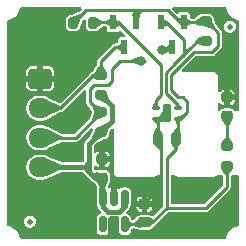
<source format=gtl>
G04 #@! TF.GenerationSoftware,KiCad,Pcbnew,8.0.3*
G04 #@! TF.CreationDate,2024-07-19T17:45:39+03:00*
G04 #@! TF.ProjectId,B-TH09C-Brk-01Mbr-R01,422d5448-3039-4432-9d42-726b2d30314d,rev?*
G04 #@! TF.SameCoordinates,Original*
G04 #@! TF.FileFunction,Copper,L1,Top*
G04 #@! TF.FilePolarity,Positive*
%FSLAX46Y46*%
G04 Gerber Fmt 4.6, Leading zero omitted, Abs format (unit mm)*
G04 Created by KiCad (PCBNEW 8.0.3) date 2024-07-19 17:45:39*
%MOMM*%
%LPD*%
G01*
G04 APERTURE LIST*
G04 Aperture macros list*
%AMRoundRect*
0 Rectangle with rounded corners*
0 $1 Rounding radius*
0 $2 $3 $4 $5 $6 $7 $8 $9 X,Y pos of 4 corners*
0 Add a 4 corners polygon primitive as box body*
4,1,4,$2,$3,$4,$5,$6,$7,$8,$9,$2,$3,0*
0 Add four circle primitives for the rounded corners*
1,1,$1+$1,$2,$3*
1,1,$1+$1,$4,$5*
1,1,$1+$1,$6,$7*
1,1,$1+$1,$8,$9*
0 Add four rect primitives between the rounded corners*
20,1,$1+$1,$2,$3,$4,$5,0*
20,1,$1+$1,$4,$5,$6,$7,0*
20,1,$1+$1,$6,$7,$8,$9,0*
20,1,$1+$1,$8,$9,$2,$3,0*%
G04 Aperture macros list end*
G04 #@! TA.AperFunction,SMDPad,CuDef*
%ADD10C,0.500000*%
G04 #@! TD*
G04 #@! TA.AperFunction,SMDPad,CuDef*
%ADD11RoundRect,0.150000X-0.150000X0.512500X-0.150000X-0.512500X0.150000X-0.512500X0.150000X0.512500X0*%
G04 #@! TD*
G04 #@! TA.AperFunction,SMDPad,CuDef*
%ADD12RoundRect,0.100000X0.200000X0.100000X-0.200000X0.100000X-0.200000X-0.100000X0.200000X-0.100000X0*%
G04 #@! TD*
G04 #@! TA.AperFunction,SMDPad,CuDef*
%ADD13RoundRect,0.175000X0.175000X0.625000X-0.175000X0.625000X-0.175000X-0.625000X0.175000X-0.625000X0*%
G04 #@! TD*
G04 #@! TA.AperFunction,SMDPad,CuDef*
%ADD14RoundRect,0.200000X-0.200000X-0.275000X0.200000X-0.275000X0.200000X0.275000X-0.200000X0.275000X0*%
G04 #@! TD*
G04 #@! TA.AperFunction,SMDPad,CuDef*
%ADD15RoundRect,0.218750X-0.256250X0.218750X-0.256250X-0.218750X0.256250X-0.218750X0.256250X0.218750X0*%
G04 #@! TD*
G04 #@! TA.AperFunction,SMDPad,CuDef*
%ADD16RoundRect,0.225000X0.250000X-0.225000X0.250000X0.225000X-0.250000X0.225000X-0.250000X-0.225000X0*%
G04 #@! TD*
G04 #@! TA.AperFunction,SMDPad,CuDef*
%ADD17R,0.600000X1.300000*%
G04 #@! TD*
G04 #@! TA.AperFunction,SMDPad,CuDef*
%ADD18RoundRect,0.200000X-0.275000X0.200000X-0.275000X-0.200000X0.275000X-0.200000X0.275000X0.200000X0*%
G04 #@! TD*
G04 #@! TA.AperFunction,SMDPad,CuDef*
%ADD19RoundRect,0.200000X0.275000X-0.200000X0.275000X0.200000X-0.275000X0.200000X-0.275000X-0.200000X0*%
G04 #@! TD*
G04 #@! TA.AperFunction,ComponentPad*
%ADD20O,1.950000X1.700000*%
G04 #@! TD*
G04 #@! TA.AperFunction,ComponentPad*
%ADD21RoundRect,0.250000X0.725000X-0.600000X0.725000X0.600000X-0.725000X0.600000X-0.725000X-0.600000X0*%
G04 #@! TD*
G04 #@! TA.AperFunction,SMDPad,CuDef*
%ADD22RoundRect,0.225000X0.225000X0.250000X-0.225000X0.250000X-0.225000X-0.250000X0.225000X-0.250000X0*%
G04 #@! TD*
G04 #@! TA.AperFunction,ViaPad*
%ADD23C,0.800000*%
G04 #@! TD*
G04 #@! TA.AperFunction,Conductor*
%ADD24C,0.250000*%
G04 #@! TD*
G04 #@! TA.AperFunction,Conductor*
%ADD25C,0.400000*%
G04 #@! TD*
G04 APERTURE END LIST*
D10*
X141830000Y-85410000D03*
X124900000Y-101920000D03*
D11*
X132950000Y-99882500D03*
X132000000Y-99882500D03*
X131050000Y-99882500D03*
X131050000Y-102157500D03*
X132950000Y-102157500D03*
D12*
X137435000Y-93230000D03*
X137445000Y-92280000D03*
X135535000Y-92280000D03*
X135535000Y-93230000D03*
D13*
X136485000Y-92760000D03*
D14*
X128575000Y-85100000D03*
X130225000Y-85100000D03*
D15*
X141610000Y-91392500D03*
X141610000Y-92967500D03*
D16*
X131030000Y-98185000D03*
X131030000Y-96635000D03*
D17*
X137920000Y-85050000D03*
X136020000Y-85050000D03*
X136970000Y-87150000D03*
D18*
X139770000Y-84940000D03*
X139770000Y-86590000D03*
D19*
X130920000Y-91175000D03*
X130920000Y-89525000D03*
X130920000Y-94325000D03*
X130920000Y-92675000D03*
D16*
X134600000Y-101985000D03*
X134600000Y-100435000D03*
D19*
X141580000Y-97205000D03*
X141580000Y-95555000D03*
D17*
X133850000Y-85050000D03*
X131950000Y-85050000D03*
X132900000Y-87150000D03*
D20*
X125770000Y-97310000D03*
X125770000Y-94810000D03*
X125770000Y-92310000D03*
D21*
X125770000Y-89810000D03*
D22*
X137265000Y-94910000D03*
X135715000Y-94910000D03*
D23*
X141640000Y-88970000D03*
X138010000Y-98680000D03*
X135360000Y-98620000D03*
X133670000Y-98660000D03*
X134320000Y-88304799D03*
X136080000Y-87380000D03*
D24*
X127490000Y-92310000D02*
X125770000Y-92310000D01*
X130920000Y-89525000D02*
X130275000Y-89525000D01*
X128785000Y-94810000D02*
X125770000Y-94810000D01*
D25*
X125780000Y-97300000D02*
X125770000Y-97310000D01*
X129300000Y-97300000D02*
X125780000Y-97300000D01*
X126190000Y-94810000D02*
X125770000Y-94810000D01*
D24*
X130275000Y-89525000D02*
X127490000Y-92310000D01*
X130920000Y-92675000D02*
X128785000Y-94810000D01*
X134285000Y-84020000D02*
X134600000Y-84020000D01*
X138210000Y-92610000D02*
X138210000Y-91750000D01*
X136480000Y-96520000D02*
X137265000Y-95735000D01*
X140860000Y-85930000D02*
X139980000Y-85050000D01*
X134600000Y-84020000D02*
X133060000Y-84020000D01*
X133775000Y-84010000D02*
X133050000Y-84010000D01*
X133850000Y-85050000D02*
X133850000Y-84455000D01*
X133775000Y-84010000D02*
X129665000Y-84010000D01*
X133060000Y-84020000D02*
X133050000Y-84010000D01*
X137435000Y-93230000D02*
X137435000Y-94815000D01*
X137840000Y-91380000D02*
X137446042Y-91380000D01*
X137208021Y-91141979D02*
X136880000Y-90813958D01*
X138810000Y-87550000D02*
X140340000Y-87550000D01*
X140860000Y-87030000D02*
X140860000Y-85930000D01*
X133850000Y-84085000D02*
X133840000Y-84075000D01*
X134600000Y-84020000D02*
X136560000Y-84020000D01*
X137435000Y-93230000D02*
X137590000Y-93230000D01*
X132950000Y-102157500D02*
X134427500Y-102157500D01*
X139980000Y-85050000D02*
X137920000Y-85050000D01*
X133850000Y-84455000D02*
X134230000Y-84075000D01*
X137446042Y-91380000D02*
X137208021Y-91141979D01*
X133840000Y-84075000D02*
X133775000Y-84010000D01*
X136480000Y-100770000D02*
X136480000Y-96520000D01*
X129665000Y-84010000D02*
X128575000Y-85100000D01*
X136880000Y-89480000D02*
X138810000Y-87550000D01*
X137260000Y-94990000D02*
X137260000Y-95150000D01*
X137590000Y-85050000D02*
X137920000Y-85050000D01*
X140340000Y-87550000D02*
X140860000Y-87030000D01*
X134600000Y-101985000D02*
X135265000Y-101985000D01*
X141580000Y-97205000D02*
X141580000Y-98970000D01*
X137265000Y-95735000D02*
X137265000Y-94870000D01*
X137208021Y-91141979D02*
X137050000Y-90983959D01*
X139780000Y-100770000D02*
X136480000Y-100770000D01*
X141580000Y-98970000D02*
X139780000Y-100770000D01*
X135265000Y-101985000D02*
X136480000Y-100770000D01*
X134427500Y-102157500D02*
X134600000Y-101985000D01*
X133840000Y-84075000D02*
X134230000Y-84075000D01*
X133850000Y-85050000D02*
X133850000Y-84085000D01*
X137590000Y-93230000D02*
X138210000Y-92610000D01*
X134230000Y-84075000D02*
X134285000Y-84020000D01*
X136560000Y-84020000D02*
X137590000Y-85050000D01*
X138210000Y-91750000D02*
X137840000Y-91380000D01*
X137435000Y-94815000D02*
X137260000Y-94990000D01*
X133050000Y-84010000D02*
X129665000Y-84010000D01*
X136880000Y-90813958D02*
X136880000Y-89480000D01*
X135715000Y-94910000D02*
X135715000Y-93410000D01*
X136030000Y-98940000D02*
X134600000Y-100370000D01*
X141610000Y-89000000D02*
X141640000Y-88970000D01*
X135715000Y-94910000D02*
X136030000Y-95225000D01*
X141610000Y-91392500D02*
X141610000Y-89000000D01*
D25*
X135535000Y-93230000D02*
X136015000Y-93230000D01*
D24*
X134600000Y-100370000D02*
X134600000Y-100435000D01*
D25*
X136015000Y-93230000D02*
X136485000Y-92760000D01*
D24*
X136030000Y-95225000D02*
X136030000Y-98940000D01*
X135715000Y-93410000D02*
X135535000Y-93230000D01*
D25*
X129920000Y-97690000D02*
X129530000Y-97300000D01*
X129530000Y-97300000D02*
X129530000Y-97290000D01*
X131837796Y-93407204D02*
X130920000Y-94325000D01*
X130920000Y-91175000D02*
X131837323Y-92092323D01*
X131030000Y-98185000D02*
X130415000Y-98185000D01*
X131490000Y-101080000D02*
X132480000Y-101080000D01*
X132950000Y-100610000D02*
X132950000Y-99882500D01*
X131837323Y-92092323D02*
X131837323Y-92258795D01*
X129820000Y-97300000D02*
X129920000Y-97200000D01*
X132480000Y-101080000D02*
X132950000Y-100610000D01*
X129920000Y-97690000D02*
X129920000Y-97200000D01*
X131050000Y-99882500D02*
X131050000Y-100640000D01*
X129530000Y-97290000D02*
X129920000Y-96900000D01*
X131837323Y-92258795D02*
X131837796Y-93407204D01*
X129530000Y-97300000D02*
X129300000Y-97300000D01*
X131050000Y-100640000D02*
X131490000Y-101080000D01*
X130465000Y-94780000D02*
X130920000Y-94325000D01*
X129920000Y-95325000D02*
X130465000Y-94780000D01*
X131030000Y-98185000D02*
X131030000Y-99862500D01*
X129300000Y-97300000D02*
X129820000Y-97300000D01*
X131030000Y-99862500D02*
X131050000Y-99882500D01*
X130415000Y-98185000D02*
X129920000Y-97690000D01*
X129920000Y-97200000D02*
X129920000Y-96900000D01*
X129920000Y-96900000D02*
X129920000Y-95325000D01*
D24*
X131831231Y-88968769D02*
X131831231Y-90018769D01*
X131831231Y-90018769D02*
X131490000Y-90360000D01*
X132495201Y-88304799D02*
X131831231Y-88968769D01*
X130340000Y-90360000D02*
X129990000Y-90710000D01*
X131490000Y-90360000D02*
X130340000Y-90360000D01*
X134625201Y-88304799D02*
X134320000Y-88304799D01*
X136080000Y-87380000D02*
X136740000Y-87380000D01*
X134320000Y-88304799D02*
X132495201Y-88304799D01*
X129990000Y-91810000D02*
X130855000Y-92675000D01*
X130855000Y-92675000D02*
X130920000Y-92675000D01*
X134630000Y-88300000D02*
X134625201Y-88304799D01*
X136740000Y-87380000D02*
X136970000Y-87150000D01*
X129990000Y-90710000D02*
X129990000Y-91810000D01*
X138236802Y-87486802D02*
X137201802Y-88521802D01*
X137961802Y-87390000D02*
X137961802Y-86546802D01*
X137961802Y-86546802D02*
X136465000Y-85050000D01*
X139770000Y-86590000D02*
X139133604Y-86590000D01*
X136465000Y-85050000D02*
X136020000Y-85050000D01*
X137961802Y-87761802D02*
X137830000Y-87893604D01*
X137961802Y-87621802D02*
X137961802Y-87390000D01*
X136430000Y-89293604D02*
X137201802Y-88521802D01*
X137445000Y-92280000D02*
X137445000Y-92015000D01*
X138140000Y-87390000D02*
X138333604Y-87390000D01*
X138486802Y-87236802D02*
X137830000Y-87893604D01*
X139133604Y-86590000D02*
X138486802Y-87236802D01*
X137445000Y-92015000D02*
X136430000Y-91000000D01*
X138486802Y-87236802D02*
X138236802Y-87486802D01*
X136430000Y-91000000D02*
X136430000Y-89293604D01*
X137961802Y-87390000D02*
X137961802Y-87761802D01*
X138333604Y-87390000D02*
X138486802Y-87236802D01*
X137961802Y-87390000D02*
X138140000Y-87390000D01*
X138140000Y-87390000D02*
X138236802Y-87486802D01*
X130955000Y-88325000D02*
X132130000Y-87150000D01*
X126000000Y-92280000D02*
X126170000Y-92280000D01*
X132500000Y-87150000D02*
X132900000Y-87150000D01*
X132310000Y-87150000D02*
X132500000Y-87150000D01*
X130920000Y-89525000D02*
X130920000Y-88360000D01*
X132130000Y-87150000D02*
X132500000Y-87150000D01*
X130920000Y-88360000D02*
X130955000Y-88325000D01*
X132350000Y-85050000D02*
X131950000Y-85050000D01*
X130275000Y-85050000D02*
X130225000Y-85100000D01*
X135535000Y-91595000D02*
X135960000Y-91170000D01*
X135535000Y-92280000D02*
X135535000Y-91725000D01*
X135960000Y-88660000D02*
X132350000Y-85050000D01*
X135960000Y-91170000D02*
X135960000Y-88660000D01*
X131950000Y-85050000D02*
X130275000Y-85050000D01*
X135535000Y-92280000D02*
X135535000Y-91595000D01*
X141610000Y-95525000D02*
X141580000Y-95555000D01*
X141610000Y-92967500D02*
X141610000Y-95525000D01*
G04 #@! TA.AperFunction,Conductor*
G36*
X129221842Y-83780193D02*
G01*
X129267597Y-83832997D01*
X129277541Y-83902155D01*
X129248516Y-83965711D01*
X129242484Y-83972189D01*
X129054565Y-84160107D01*
X129013697Y-84187250D01*
X128454270Y-84415324D01*
X128407459Y-84424500D01*
X128343483Y-84424500D01*
X128268727Y-84436340D01*
X128249696Y-84439354D01*
X128136658Y-84496950D01*
X128136657Y-84496951D01*
X128136652Y-84496954D01*
X128046954Y-84586652D01*
X128046951Y-84586657D01*
X127989352Y-84699698D01*
X127974500Y-84793475D01*
X127974500Y-85406517D01*
X127984705Y-85470949D01*
X127989354Y-85500304D01*
X128046950Y-85613342D01*
X128046952Y-85613344D01*
X128046954Y-85613347D01*
X128136652Y-85703045D01*
X128136654Y-85703046D01*
X128136658Y-85703050D01*
X128249694Y-85760645D01*
X128249698Y-85760647D01*
X128343475Y-85775499D01*
X128343481Y-85775500D01*
X128806518Y-85775499D01*
X128900304Y-85760646D01*
X129013342Y-85703050D01*
X129103050Y-85613342D01*
X129160646Y-85500304D01*
X129160646Y-85500302D01*
X129160647Y-85500301D01*
X129174545Y-85412549D01*
X129175500Y-85406519D01*
X129175499Y-85349704D01*
X129187208Y-85297105D01*
X129190625Y-85289811D01*
X129388210Y-84867995D01*
X129434472Y-84815638D01*
X129501698Y-84796602D01*
X129568544Y-84816933D01*
X129613787Y-84870177D01*
X129624500Y-84920596D01*
X129624500Y-85406517D01*
X129634705Y-85470949D01*
X129639354Y-85500304D01*
X129696950Y-85613342D01*
X129696952Y-85613344D01*
X129696954Y-85613347D01*
X129786652Y-85703045D01*
X129786654Y-85703046D01*
X129786658Y-85703050D01*
X129899694Y-85760645D01*
X129899698Y-85760647D01*
X129993475Y-85775499D01*
X129993481Y-85775500D01*
X130456518Y-85775499D01*
X130550304Y-85760646D01*
X130663342Y-85703050D01*
X130736256Y-85630134D01*
X130752840Y-85616224D01*
X131064885Y-85397899D01*
X131131099Y-85375596D01*
X131135971Y-85375500D01*
X131252349Y-85375500D01*
X131314829Y-85392391D01*
X131387980Y-85435062D01*
X131435969Y-85485844D01*
X131449500Y-85542171D01*
X131449500Y-85719752D01*
X131461131Y-85778229D01*
X131461132Y-85778230D01*
X131505447Y-85844552D01*
X131571769Y-85888867D01*
X131571770Y-85888868D01*
X131630247Y-85900499D01*
X131630250Y-85900500D01*
X131630252Y-85900500D01*
X132269750Y-85900500D01*
X132269751Y-85900499D01*
X132284568Y-85897552D01*
X132328229Y-85888868D01*
X132328229Y-85888867D01*
X132328231Y-85888867D01*
X132394552Y-85844552D01*
X132426636Y-85796536D01*
X132480249Y-85751731D01*
X132549574Y-85743024D01*
X132612601Y-85773179D01*
X132617419Y-85777746D01*
X132927492Y-86087819D01*
X132960977Y-86149142D01*
X132955993Y-86218834D01*
X132914121Y-86274767D01*
X132848657Y-86299184D01*
X132839811Y-86299500D01*
X132580247Y-86299500D01*
X132521770Y-86311131D01*
X132521769Y-86311132D01*
X132455447Y-86355447D01*
X132411132Y-86421769D01*
X132411131Y-86421770D01*
X132399500Y-86480247D01*
X132399500Y-86657827D01*
X132379815Y-86724866D01*
X132337981Y-86764935D01*
X132297778Y-86788387D01*
X132264828Y-86807608D01*
X132202348Y-86824500D01*
X132087147Y-86824500D01*
X132004359Y-86846682D01*
X131930138Y-86889535D01*
X131930135Y-86889537D01*
X130659537Y-88160135D01*
X130659533Y-88160141D01*
X130616681Y-88234361D01*
X130616682Y-88234362D01*
X130594500Y-88317147D01*
X130594500Y-88623729D01*
X130576153Y-88688640D01*
X130365326Y-89031792D01*
X130339929Y-89061406D01*
X130163520Y-89211185D01*
X130145267Y-89224045D01*
X130125156Y-89235657D01*
X130121888Y-89237544D01*
X130111823Y-89243355D01*
X130075139Y-89264534D01*
X130075136Y-89264536D01*
X130014535Y-89325138D01*
X130014533Y-89325140D01*
X129972303Y-89367370D01*
X129935016Y-89404657D01*
X129927596Y-89411496D01*
X129900613Y-89434408D01*
X129894129Y-89440153D01*
X129893430Y-89440800D01*
X129887197Y-89449744D01*
X129873147Y-89466525D01*
X127492541Y-91847130D01*
X127431218Y-91880615D01*
X127361526Y-91875631D01*
X127348831Y-91870069D01*
X126468338Y-91424103D01*
X126468325Y-91424098D01*
X126466438Y-91423450D01*
X126437818Y-91409274D01*
X126416662Y-91395138D01*
X126392598Y-91379059D01*
X126201420Y-91299870D01*
X126201412Y-91299868D01*
X125998469Y-91259500D01*
X125998465Y-91259500D01*
X125541535Y-91259500D01*
X125541530Y-91259500D01*
X125338587Y-91299868D01*
X125338579Y-91299870D01*
X125147403Y-91379058D01*
X124975342Y-91494024D01*
X124829024Y-91640342D01*
X124714058Y-91812403D01*
X124634870Y-92003579D01*
X124634868Y-92003587D01*
X124594500Y-92206530D01*
X124594500Y-92413469D01*
X124634868Y-92616412D01*
X124634870Y-92616420D01*
X124668568Y-92697775D01*
X124714059Y-92807598D01*
X124728694Y-92829501D01*
X124829024Y-92979657D01*
X124975342Y-93125975D01*
X124975345Y-93125977D01*
X125147402Y-93240941D01*
X125338580Y-93320130D01*
X125520405Y-93356297D01*
X125541530Y-93360499D01*
X125541534Y-93360500D01*
X125541535Y-93360500D01*
X125998466Y-93360500D01*
X125998467Y-93360499D01*
X126201420Y-93320130D01*
X126392598Y-93240941D01*
X126440895Y-93208669D01*
X126467030Y-93196309D01*
X126466839Y-93195846D01*
X126472450Y-93193520D01*
X126472461Y-93193517D01*
X127490830Y-92649051D01*
X127525118Y-92638033D01*
X127525003Y-92637603D01*
X127532852Y-92635500D01*
X127532853Y-92635500D01*
X127615639Y-92613318D01*
X127689862Y-92570465D01*
X127757803Y-92502522D01*
X127766702Y-92494485D01*
X127766858Y-92494318D01*
X127766862Y-92494315D01*
X127766864Y-92494310D01*
X127772596Y-92488186D01*
X127772707Y-92488290D01*
X127776339Y-92483986D01*
X129452819Y-90807505D01*
X129514142Y-90774021D01*
X129583834Y-90779005D01*
X129639767Y-90820877D01*
X129664184Y-90886341D01*
X129664500Y-90895187D01*
X129664500Y-91852852D01*
X129686682Y-91935640D01*
X129697425Y-91954247D01*
X129729535Y-92009862D01*
X129729537Y-92009864D01*
X129946210Y-92226537D01*
X129970652Y-92261261D01*
X130018592Y-92362762D01*
X130018592Y-92362763D01*
X130153538Y-92648483D01*
X130164369Y-92717508D01*
X130156239Y-92748252D01*
X130007250Y-93113696D01*
X129980107Y-93154564D01*
X128686492Y-94448181D01*
X128625169Y-94481666D01*
X128598811Y-94484500D01*
X127664093Y-94484500D01*
X127610415Y-94472279D01*
X126464357Y-93921923D01*
X126464347Y-93921919D01*
X126464343Y-93921917D01*
X126464337Y-93921915D01*
X126460524Y-93920386D01*
X126460708Y-93919925D01*
X126435283Y-93907580D01*
X126392606Y-93879063D01*
X126392595Y-93879057D01*
X126201420Y-93799870D01*
X126201412Y-93799868D01*
X125998469Y-93759500D01*
X125998465Y-93759500D01*
X125541535Y-93759500D01*
X125541530Y-93759500D01*
X125338587Y-93799868D01*
X125338579Y-93799870D01*
X125147403Y-93879058D01*
X124975342Y-93994024D01*
X124829024Y-94140342D01*
X124714058Y-94312403D01*
X124634870Y-94503579D01*
X124634868Y-94503587D01*
X124594500Y-94706530D01*
X124594500Y-94913469D01*
X124634868Y-95116412D01*
X124634870Y-95116420D01*
X124657233Y-95170410D01*
X124714059Y-95307598D01*
X124761435Y-95378501D01*
X124829024Y-95479657D01*
X124975342Y-95625975D01*
X124975345Y-95625977D01*
X125147402Y-95740941D01*
X125338580Y-95820130D01*
X125530565Y-95858318D01*
X125541530Y-95860499D01*
X125541534Y-95860500D01*
X125541535Y-95860500D01*
X125998466Y-95860500D01*
X125998467Y-95860499D01*
X126201420Y-95820130D01*
X126392598Y-95740941D01*
X126435212Y-95712465D01*
X126461640Y-95699067D01*
X126464337Y-95698083D01*
X126464346Y-95698081D01*
X127610414Y-95147720D01*
X127664092Y-95135500D01*
X128827851Y-95135500D01*
X128827853Y-95135500D01*
X128910639Y-95113318D01*
X128984862Y-95070465D01*
X130032819Y-94022506D01*
X130094142Y-93989022D01*
X130163834Y-93994006D01*
X130219767Y-94035878D01*
X130244184Y-94101342D01*
X130244500Y-94110188D01*
X130244500Y-94142796D01*
X130230000Y-94200983D01*
X130002788Y-94628568D01*
X130002787Y-94628569D01*
X129957909Y-94713021D01*
X129936091Y-94742514D01*
X129599522Y-95079084D01*
X129599520Y-95079087D01*
X129560829Y-95146102D01*
X129546793Y-95170412D01*
X129530908Y-95229696D01*
X129530908Y-95229697D01*
X129530907Y-95229696D01*
X129519500Y-95272269D01*
X129519500Y-96682745D01*
X129499815Y-96749784D01*
X129483181Y-96770426D01*
X129390426Y-96863181D01*
X129329103Y-96896666D01*
X129302745Y-96899500D01*
X127655891Y-96899500D01*
X127608764Y-96890195D01*
X126448463Y-96413437D01*
X126426700Y-96401845D01*
X126401489Y-96385000D01*
X126392598Y-96379059D01*
X126327523Y-96352104D01*
X126201420Y-96299870D01*
X126201412Y-96299868D01*
X125998469Y-96259500D01*
X125998465Y-96259500D01*
X125541535Y-96259500D01*
X125541530Y-96259500D01*
X125338587Y-96299868D01*
X125338579Y-96299870D01*
X125147403Y-96379058D01*
X124975342Y-96494024D01*
X124829024Y-96640342D01*
X124714058Y-96812403D01*
X124634870Y-97003579D01*
X124634868Y-97003587D01*
X124594500Y-97206530D01*
X124594500Y-97413469D01*
X124634868Y-97616412D01*
X124634870Y-97616420D01*
X124689053Y-97747230D01*
X124714059Y-97807598D01*
X124738562Y-97844270D01*
X124829024Y-97979657D01*
X124975342Y-98125975D01*
X124975345Y-98125977D01*
X125147402Y-98240941D01*
X125338580Y-98320130D01*
X125541530Y-98360499D01*
X125541534Y-98360500D01*
X125541535Y-98360500D01*
X125998466Y-98360500D01*
X125998467Y-98360499D01*
X126201420Y-98320130D01*
X126392598Y-98240941D01*
X126430985Y-98215290D01*
X126451221Y-98204338D01*
X126455802Y-98202383D01*
X126455806Y-98202383D01*
X127609077Y-97710442D01*
X127657729Y-97700500D01*
X129247273Y-97700500D01*
X129312745Y-97700500D01*
X129379784Y-97720185D01*
X129400426Y-97736819D01*
X129917137Y-98253530D01*
X129923775Y-98260713D01*
X129937422Y-98276703D01*
X129945386Y-98282986D01*
X129956259Y-98292652D01*
X130090184Y-98426576D01*
X130090189Y-98426582D01*
X130094519Y-98430912D01*
X130094520Y-98430913D01*
X130169087Y-98505480D01*
X130220813Y-98535344D01*
X130260413Y-98558207D01*
X130286947Y-98565317D01*
X130331655Y-98587740D01*
X130396715Y-98639069D01*
X130433692Y-98687129D01*
X130581211Y-99027671D01*
X130589796Y-99097011D01*
X130589514Y-99098663D01*
X130548425Y-99329792D01*
X130548425Y-99329799D01*
X130548441Y-99401823D01*
X130548924Y-99407270D01*
X130548488Y-99407308D01*
X130549500Y-99418727D01*
X130549500Y-100428260D01*
X130559426Y-100496391D01*
X130610801Y-100601482D01*
X130610802Y-100601483D01*
X130613178Y-100603859D01*
X130615391Y-100607911D01*
X130616773Y-100609847D01*
X130616539Y-100610013D01*
X130646665Y-100665179D01*
X130649500Y-100691543D01*
X130649500Y-100692727D01*
X130663146Y-100743657D01*
X130676793Y-100794589D01*
X130699596Y-100834083D01*
X130729520Y-100885913D01*
X130729522Y-100885915D01*
X130888120Y-101044513D01*
X130893799Y-101050820D01*
X130901239Y-101057801D01*
X130901073Y-101057977D01*
X130904352Y-101060745D01*
X130928843Y-101085236D01*
X130962328Y-101146559D01*
X130957344Y-101216251D01*
X130915472Y-101272184D01*
X130859041Y-101295621D01*
X130798608Y-101304426D01*
X130693514Y-101355803D01*
X130610803Y-101438514D01*
X130559426Y-101543608D01*
X130549500Y-101611739D01*
X130549500Y-102703260D01*
X130559426Y-102771391D01*
X130610803Y-102876485D01*
X130693514Y-102959196D01*
X130693515Y-102959196D01*
X130693517Y-102959198D01*
X130798607Y-103010573D01*
X130832673Y-103015536D01*
X130866739Y-103020500D01*
X130866740Y-103020500D01*
X131233261Y-103020500D01*
X131255971Y-103017191D01*
X131301393Y-103010573D01*
X131406483Y-102959198D01*
X131489198Y-102876483D01*
X131540573Y-102771393D01*
X131550500Y-102703260D01*
X131550500Y-101611740D01*
X131550500Y-101611739D01*
X131550500Y-101607253D01*
X131551974Y-101607253D01*
X131565401Y-101545195D01*
X131614751Y-101495734D01*
X131674300Y-101480500D01*
X132325700Y-101480500D01*
X132392739Y-101500185D01*
X132438494Y-101552989D01*
X132448253Y-101607253D01*
X132449500Y-101607253D01*
X132449500Y-102703260D01*
X132459426Y-102771391D01*
X132510803Y-102876485D01*
X132593514Y-102959196D01*
X132593515Y-102959196D01*
X132593517Y-102959198D01*
X132698607Y-103010573D01*
X132732673Y-103015536D01*
X132766739Y-103020500D01*
X132766740Y-103020500D01*
X133133261Y-103020500D01*
X133155971Y-103017191D01*
X133201393Y-103010573D01*
X133306483Y-102959198D01*
X133389198Y-102876483D01*
X133440573Y-102771393D01*
X133450500Y-102703260D01*
X133450500Y-102649671D01*
X133470185Y-102582632D01*
X133512019Y-102542563D01*
X133576186Y-102505132D01*
X133644010Y-102488356D01*
X133666438Y-102491392D01*
X134063349Y-102582632D01*
X134195555Y-102613023D01*
X134207392Y-102617324D01*
X134207594Y-102616704D01*
X134216874Y-102619719D01*
X134316507Y-102635500D01*
X134316512Y-102635500D01*
X134883493Y-102635500D01*
X134983121Y-102619720D01*
X134983121Y-102619719D01*
X134983126Y-102619719D01*
X135103220Y-102558528D01*
X135146159Y-102515587D01*
X135160476Y-102503301D01*
X135163415Y-102501144D01*
X135223690Y-102447050D01*
X135408841Y-102280886D01*
X135429653Y-102265792D01*
X135464862Y-102245465D01*
X135607335Y-102102990D01*
X135612159Y-102098420D01*
X135665301Y-102050730D01*
X135669566Y-102046793D01*
X135670024Y-102046358D01*
X135676853Y-102036416D01*
X135691376Y-102018949D01*
X136578508Y-101131819D01*
X136639831Y-101098334D01*
X136666189Y-101095500D01*
X139822851Y-101095500D01*
X139822853Y-101095500D01*
X139905639Y-101073318D01*
X139979862Y-101030465D01*
X141840465Y-99169862D01*
X141883317Y-99095639D01*
X141883318Y-99095638D01*
X141887184Y-99081212D01*
X141899305Y-99035972D01*
X141905500Y-99012853D01*
X141905500Y-98111814D01*
X141925185Y-98044775D01*
X141977989Y-97999020D01*
X142029844Y-97987815D01*
X142465840Y-97989051D01*
X142532820Y-98008926D01*
X142578425Y-98061860D01*
X142589485Y-98113051D01*
X142589485Y-102168888D01*
X142569800Y-102235927D01*
X142516996Y-102281682D01*
X142492913Y-102288913D01*
X142493099Y-102289692D01*
X142488351Y-102290820D01*
X142292735Y-102353958D01*
X142241554Y-102379953D01*
X142109461Y-102447042D01*
X142109457Y-102447045D01*
X141943090Y-102567753D01*
X141943082Y-102567760D01*
X141797742Y-102713103D01*
X141677023Y-102879490D01*
X141583945Y-103062766D01*
X141583942Y-103062772D01*
X141520815Y-103258372D01*
X141519683Y-103263133D01*
X141517619Y-103262642D01*
X141491615Y-103317826D01*
X141432389Y-103354895D01*
X141398881Y-103359508D01*
X124181093Y-103359508D01*
X124114054Y-103339823D01*
X124068299Y-103287019D01*
X124061076Y-103262944D01*
X124060291Y-103263131D01*
X124059163Y-103258393D01*
X124059162Y-103258383D01*
X124013523Y-103116974D01*
X123996029Y-103062768D01*
X123996027Y-103062764D01*
X123996027Y-103062763D01*
X123902947Y-102879489D01*
X123902943Y-102879483D01*
X123782240Y-102713120D01*
X123782236Y-102713115D01*
X123782235Y-102713114D01*
X123782233Y-102713111D01*
X123636882Y-102567762D01*
X123545063Y-102501144D01*
X123470506Y-102447050D01*
X123287230Y-102353970D01*
X123091603Y-102290834D01*
X123086858Y-102289706D01*
X123087344Y-102287661D01*
X123032095Y-102261575D01*
X122995072Y-102202320D01*
X122990485Y-102168904D01*
X122990485Y-101920000D01*
X124394353Y-101920000D01*
X124414834Y-102062456D01*
X124463441Y-102168888D01*
X124474623Y-102193373D01*
X124568872Y-102302143D01*
X124689947Y-102379953D01*
X124689950Y-102379954D01*
X124689949Y-102379954D01*
X124828036Y-102420499D01*
X124828038Y-102420500D01*
X124828039Y-102420500D01*
X124971962Y-102420500D01*
X124971962Y-102420499D01*
X125110053Y-102379953D01*
X125231128Y-102302143D01*
X125325377Y-102193373D01*
X125385165Y-102062457D01*
X125405647Y-101920000D01*
X125385165Y-101777543D01*
X125325377Y-101646627D01*
X125231128Y-101537857D01*
X125110053Y-101460047D01*
X125110051Y-101460046D01*
X125110049Y-101460045D01*
X125110050Y-101460045D01*
X124971963Y-101419500D01*
X124971961Y-101419500D01*
X124828039Y-101419500D01*
X124828036Y-101419500D01*
X124689949Y-101460045D01*
X124568873Y-101537856D01*
X124474623Y-101646626D01*
X124474622Y-101646628D01*
X124414834Y-101777543D01*
X124394353Y-101920000D01*
X122990485Y-101920000D01*
X122990485Y-89155793D01*
X124595000Y-89155793D01*
X124595000Y-89560000D01*
X125365854Y-89560000D01*
X125327370Y-89626657D01*
X125295000Y-89747465D01*
X125295000Y-89872535D01*
X125327370Y-89993343D01*
X125365854Y-90060000D01*
X124595001Y-90060000D01*
X124595001Y-90464196D01*
X124597851Y-90494606D01*
X124642653Y-90622645D01*
X124723207Y-90731792D01*
X124832354Y-90812346D01*
X124960397Y-90857149D01*
X124990792Y-90859999D01*
X125519999Y-90859999D01*
X125520000Y-90859998D01*
X125520000Y-90214145D01*
X125586657Y-90252630D01*
X125707465Y-90285000D01*
X125832535Y-90285000D01*
X125953343Y-90252630D01*
X126020000Y-90214145D01*
X126020000Y-90859999D01*
X126549196Y-90859999D01*
X126579606Y-90857148D01*
X126707645Y-90812346D01*
X126816792Y-90731792D01*
X126897346Y-90622645D01*
X126942149Y-90494604D01*
X126942149Y-90494600D01*
X126945000Y-90464206D01*
X126945000Y-90060000D01*
X126174146Y-90060000D01*
X126212630Y-89993343D01*
X126245000Y-89872535D01*
X126245000Y-89747465D01*
X126212630Y-89626657D01*
X126174146Y-89560000D01*
X126944999Y-89560000D01*
X126944999Y-89155803D01*
X126942148Y-89125393D01*
X126897346Y-88997354D01*
X126816792Y-88888207D01*
X126707645Y-88807653D01*
X126579602Y-88762850D01*
X126549207Y-88760000D01*
X126020000Y-88760000D01*
X126020000Y-89405854D01*
X125953343Y-89367370D01*
X125832535Y-89335000D01*
X125707465Y-89335000D01*
X125586657Y-89367370D01*
X125520000Y-89405854D01*
X125520000Y-88760000D01*
X124990803Y-88760000D01*
X124960393Y-88762851D01*
X124832354Y-88807653D01*
X124723207Y-88888207D01*
X124642653Y-88997354D01*
X124597850Y-89125395D01*
X124597850Y-89125399D01*
X124595000Y-89155793D01*
X122990485Y-89155793D01*
X122990485Y-84951100D01*
X123010170Y-84884061D01*
X123062974Y-84838306D01*
X123087026Y-84831090D01*
X123086839Y-84830302D01*
X123091584Y-84829173D01*
X123091586Y-84829172D01*
X123091594Y-84829171D01*
X123287222Y-84766047D01*
X123470504Y-84672974D01*
X123596798Y-84581348D01*
X123636880Y-84552269D01*
X123636880Y-84552268D01*
X123636888Y-84552263D01*
X123782243Y-84406912D01*
X123874110Y-84280292D01*
X123902957Y-84240533D01*
X123902959Y-84240529D01*
X123996033Y-84057255D01*
X123996033Y-84057254D01*
X123996035Y-84057251D01*
X124059163Y-83861624D01*
X124059164Y-83861615D01*
X124060293Y-83856872D01*
X124062354Y-83857362D01*
X124088373Y-83802174D01*
X124147605Y-83765116D01*
X124181093Y-83760508D01*
X129154803Y-83760508D01*
X129221842Y-83780193D01*
G37*
G04 #@! TD.AperFunction*
G04 #@! TA.AperFunction,Conductor*
G36*
X131986775Y-94041824D02*
G01*
X132029279Y-94097278D01*
X132037597Y-94141878D01*
X132038028Y-95186794D01*
X132038028Y-95186845D01*
X132038027Y-97703930D01*
X132037702Y-97712903D01*
X132034691Y-97754387D01*
X132053838Y-97859366D01*
X132053840Y-97859370D01*
X132098778Y-97956142D01*
X132098783Y-97956151D01*
X132166621Y-98038505D01*
X132166624Y-98038507D01*
X132166625Y-98038508D01*
X132253010Y-98101151D01*
X132253012Y-98101152D01*
X132253014Y-98101153D01*
X132253013Y-98101153D01*
X132316428Y-98125975D01*
X132352376Y-98140046D01*
X132458332Y-98152689D01*
X132489273Y-98148515D01*
X132505870Y-98147403D01*
X135269474Y-98148224D01*
X135278701Y-98148572D01*
X135319808Y-98151663D01*
X135371513Y-98142514D01*
X135423215Y-98133366D01*
X135423216Y-98133365D01*
X135423219Y-98133365D01*
X135518933Y-98090151D01*
X135601048Y-98024686D01*
X135605387Y-98018962D01*
X135661575Y-97977435D01*
X135704546Y-97969880D01*
X136030854Y-97970805D01*
X136097835Y-97990680D01*
X136143440Y-98043613D01*
X136154500Y-98094805D01*
X136154500Y-100583810D01*
X136134815Y-100650849D01*
X136118181Y-100671491D01*
X135370816Y-101418855D01*
X135309493Y-101452340D01*
X135239801Y-101447356D01*
X135239236Y-101447143D01*
X135016945Y-101362997D01*
X135016944Y-101362996D01*
X135016937Y-101362994D01*
X135013855Y-101362239D01*
X134987062Y-101352286D01*
X134983126Y-101350281D01*
X134983125Y-101350280D01*
X134983124Y-101350280D01*
X134983120Y-101350279D01*
X134883493Y-101334500D01*
X134883488Y-101334500D01*
X134316512Y-101334500D01*
X134316507Y-101334500D01*
X134216876Y-101350279D01*
X134096778Y-101411471D01*
X134096778Y-101411472D01*
X134075467Y-101432782D01*
X134053988Y-101448846D01*
X134054343Y-101449369D01*
X134049301Y-101452795D01*
X133669399Y-101769593D01*
X133605306Y-101797410D01*
X133536348Y-101786159D01*
X133527499Y-101781465D01*
X133512014Y-101772431D01*
X133464028Y-101721646D01*
X133450500Y-101665326D01*
X133450500Y-101611739D01*
X133440573Y-101543608D01*
X133437762Y-101537857D01*
X133389198Y-101438517D01*
X133389196Y-101438515D01*
X133389196Y-101438514D01*
X133306485Y-101355803D01*
X133295189Y-101350281D01*
X133201393Y-101304427D01*
X133201391Y-101304426D01*
X133133261Y-101294500D01*
X133133260Y-101294500D01*
X133131255Y-101294500D01*
X133130596Y-101294306D01*
X133128780Y-101294175D01*
X133128808Y-101293781D01*
X133064216Y-101274815D01*
X133018461Y-101222011D01*
X133008517Y-101152853D01*
X133037542Y-101089297D01*
X133043574Y-101082819D01*
X133118280Y-101008113D01*
X133270480Y-100855913D01*
X133283081Y-100834087D01*
X133323207Y-100764587D01*
X133342268Y-100693449D01*
X133925001Y-100693449D01*
X133940762Y-100792967D01*
X134001883Y-100912923D01*
X134001886Y-100912928D01*
X134097071Y-101008113D01*
X134097076Y-101008116D01*
X134217034Y-101069239D01*
X134217033Y-101069239D01*
X134316543Y-101084999D01*
X134850000Y-101084999D01*
X134883449Y-101084999D01*
X134982967Y-101069237D01*
X135102923Y-101008116D01*
X135102928Y-101008113D01*
X135198113Y-100912928D01*
X135198116Y-100912923D01*
X135259239Y-100792966D01*
X135275000Y-100693456D01*
X135275000Y-100685000D01*
X134850000Y-100685000D01*
X134850000Y-101084999D01*
X134316543Y-101084999D01*
X134350000Y-101084998D01*
X134350000Y-100685000D01*
X133925001Y-100685000D01*
X133925001Y-100693449D01*
X133342268Y-100693449D01*
X133350153Y-100664020D01*
X133382249Y-100608432D01*
X133389197Y-100601484D01*
X133389198Y-100601483D01*
X133440573Y-100496393D01*
X133450500Y-100428260D01*
X133450500Y-100176543D01*
X133925000Y-100176543D01*
X133925000Y-100185000D01*
X134350000Y-100185000D01*
X134850000Y-100185000D01*
X135274999Y-100185000D01*
X135274999Y-100176550D01*
X135259237Y-100077032D01*
X135198116Y-99957076D01*
X135198113Y-99957071D01*
X135102928Y-99861886D01*
X135102923Y-99861883D01*
X134982965Y-99800760D01*
X134982966Y-99800760D01*
X134883456Y-99785000D01*
X134850000Y-99785000D01*
X134850000Y-100185000D01*
X134350000Y-100185000D01*
X134350000Y-99784999D01*
X134316555Y-99785000D01*
X134217032Y-99800762D01*
X134097076Y-99861883D01*
X134097071Y-99861886D01*
X134001886Y-99957071D01*
X134001883Y-99957076D01*
X133940760Y-100077033D01*
X133925000Y-100176543D01*
X133450500Y-100176543D01*
X133450500Y-99336740D01*
X133440573Y-99268607D01*
X133389198Y-99163517D01*
X133389196Y-99163515D01*
X133389196Y-99163514D01*
X133306485Y-99080803D01*
X133201391Y-99029426D01*
X133133261Y-99019500D01*
X133133260Y-99019500D01*
X132766740Y-99019500D01*
X132766739Y-99019500D01*
X132698608Y-99029426D01*
X132593514Y-99080803D01*
X132562328Y-99111990D01*
X132501005Y-99145475D01*
X132431313Y-99140491D01*
X132386966Y-99111990D01*
X132356188Y-99081212D01*
X132251249Y-99029911D01*
X132251250Y-99029911D01*
X132250000Y-99029729D01*
X132250000Y-100008500D01*
X132230315Y-100075539D01*
X132177511Y-100121294D01*
X132126000Y-100132500D01*
X131874000Y-100132500D01*
X131806961Y-100112815D01*
X131761206Y-100060011D01*
X131750000Y-100008500D01*
X131750000Y-99029730D01*
X131749999Y-99029729D01*
X131748751Y-99029911D01*
X131706779Y-99050430D01*
X131637906Y-99062188D01*
X131573609Y-99034845D01*
X131534303Y-98977080D01*
X131532465Y-98907234D01*
X131538534Y-98889746D01*
X131664823Y-98598215D01*
X131665116Y-98597137D01*
X131666034Y-98594760D01*
X131666286Y-98594045D01*
X131666308Y-98594052D01*
X131674265Y-98573453D01*
X131689719Y-98543126D01*
X131690952Y-98535344D01*
X131705500Y-98443493D01*
X131705500Y-97926506D01*
X131689720Y-97826878D01*
X131689719Y-97826876D01*
X131689719Y-97826874D01*
X131628528Y-97706780D01*
X131628526Y-97706778D01*
X131628523Y-97706774D01*
X131533225Y-97611476D01*
X131533221Y-97611473D01*
X131533220Y-97611472D01*
X131413126Y-97550281D01*
X131413124Y-97550280D01*
X131413121Y-97550279D01*
X131313493Y-97534500D01*
X131313488Y-97534500D01*
X130746512Y-97534500D01*
X130746507Y-97534500D01*
X130646877Y-97550279D01*
X130639749Y-97552595D01*
X130626059Y-97556192D01*
X130469117Y-97587982D01*
X130399504Y-97581998D01*
X130344177Y-97539329D01*
X130320702Y-97473521D01*
X130320500Y-97466450D01*
X130320500Y-97300904D01*
X130340185Y-97233865D01*
X130392989Y-97188110D01*
X130462147Y-97178166D01*
X130518178Y-97203754D01*
X130519178Y-97202379D01*
X130527076Y-97208116D01*
X130647034Y-97269239D01*
X130647033Y-97269239D01*
X130746543Y-97284999D01*
X131280000Y-97284999D01*
X131313449Y-97284999D01*
X131412967Y-97269237D01*
X131532923Y-97208116D01*
X131532928Y-97208113D01*
X131628113Y-97112928D01*
X131628116Y-97112923D01*
X131689239Y-96992966D01*
X131705000Y-96893456D01*
X131705000Y-96885000D01*
X131280000Y-96885000D01*
X131280000Y-97284999D01*
X130746543Y-97284999D01*
X130780000Y-97284998D01*
X130780000Y-96385000D01*
X131280000Y-96385000D01*
X131704999Y-96385000D01*
X131704999Y-96376550D01*
X131689237Y-96277032D01*
X131628116Y-96157076D01*
X131628113Y-96157071D01*
X131532928Y-96061886D01*
X131532923Y-96061883D01*
X131412965Y-96000760D01*
X131412966Y-96000760D01*
X131313456Y-95985000D01*
X131280000Y-95985000D01*
X131280000Y-96385000D01*
X130780000Y-96385000D01*
X130780000Y-95984999D01*
X130746555Y-95985000D01*
X130647032Y-96000762D01*
X130527076Y-96061883D01*
X130519178Y-96067621D01*
X130517230Y-96064940D01*
X130470858Y-96090262D01*
X130401166Y-96085278D01*
X130345233Y-96043406D01*
X130320816Y-95977942D01*
X130320500Y-95969096D01*
X130320500Y-95542254D01*
X130340185Y-95475215D01*
X130356810Y-95454582D01*
X130505309Y-95306082D01*
X130530511Y-95286657D01*
X130933443Y-95051676D01*
X131120854Y-94942383D01*
X131183321Y-94925499D01*
X131226517Y-94925499D01*
X131226518Y-94925499D01*
X131320304Y-94910646D01*
X131433342Y-94853050D01*
X131523050Y-94763342D01*
X131580646Y-94650304D01*
X131580646Y-94650302D01*
X131580647Y-94650301D01*
X131595499Y-94556523D01*
X131595500Y-94556519D01*
X131595499Y-94507200D01*
X131609998Y-94449017D01*
X131804099Y-94083740D01*
X131852937Y-94033779D01*
X131921037Y-94018152D01*
X131986775Y-94041824D01*
G37*
G04 #@! TD.AperFunction*
G04 #@! TA.AperFunction,Conductor*
G36*
X137150995Y-97973981D02*
G01*
X137217976Y-97993856D01*
X137247606Y-98020691D01*
X137256872Y-98032316D01*
X137256878Y-98032322D01*
X137340529Y-98095770D01*
X137340532Y-98095771D01*
X137340533Y-98095772D01*
X137437242Y-98136659D01*
X137541042Y-98152461D01*
X137577532Y-98148834D01*
X137589755Y-98148228D01*
X140368322Y-98148119D01*
X140377625Y-98148468D01*
X140417075Y-98151438D01*
X140417075Y-98151437D01*
X140417077Y-98151438D01*
X140500650Y-98136659D01*
X140520460Y-98133156D01*
X140616156Y-98089968D01*
X140698262Y-98024537D01*
X140698265Y-98024532D01*
X140701055Y-98021676D01*
X140703754Y-98020159D01*
X140704305Y-98019721D01*
X140704376Y-98019810D01*
X140761972Y-97987458D01*
X140790120Y-97984300D01*
X141130857Y-97985266D01*
X141197835Y-98005140D01*
X141243440Y-98058074D01*
X141254500Y-98109265D01*
X141254500Y-98783811D01*
X141234815Y-98850850D01*
X141218181Y-98871492D01*
X139681492Y-100408181D01*
X139620169Y-100441666D01*
X139593811Y-100444500D01*
X136929500Y-100444500D01*
X136862461Y-100424815D01*
X136816706Y-100372011D01*
X136805500Y-100320500D01*
X136805500Y-98097354D01*
X136825185Y-98030315D01*
X136877989Y-97984560D01*
X136929848Y-97973354D01*
X137150995Y-97973981D01*
G37*
G04 #@! TD.AperFunction*
G04 #@! TA.AperFunction,Conductor*
G36*
X141465928Y-83780193D02*
G01*
X141511683Y-83832997D01*
X141518912Y-83857069D01*
X141519691Y-83856884D01*
X141520819Y-83861630D01*
X141520820Y-83861633D01*
X141556502Y-83972189D01*
X141583958Y-84057257D01*
X141677033Y-84240519D01*
X141677035Y-84240522D01*
X141789512Y-84395548D01*
X141797751Y-84406903D01*
X141887798Y-84496950D01*
X141943095Y-84552247D01*
X142109470Y-84672960D01*
X142292741Y-84766041D01*
X142488358Y-84829178D01*
X142488370Y-84829179D01*
X142493107Y-84830307D01*
X142492611Y-84832390D01*
X142547724Y-84858303D01*
X142584843Y-84917498D01*
X142589485Y-84951108D01*
X142589485Y-92422230D01*
X142569800Y-92489269D01*
X142516996Y-92535024D01*
X142467802Y-92546208D01*
X142311414Y-92549131D01*
X142244019Y-92530703D01*
X142217025Y-92505682D01*
X142216559Y-92506149D01*
X142115756Y-92405346D01*
X142115753Y-92405344D01*
X142115751Y-92405342D01*
X141997420Y-92345049D01*
X141997419Y-92345048D01*
X141997416Y-92345047D01*
X141997417Y-92345047D01*
X141899251Y-92329500D01*
X141899246Y-92329500D01*
X141320754Y-92329500D01*
X141320749Y-92329500D01*
X141222582Y-92345047D01*
X141143692Y-92385244D01*
X141104249Y-92405342D01*
X141104248Y-92405343D01*
X141104247Y-92405343D01*
X141023694Y-92485896D01*
X140962370Y-92519380D01*
X140892679Y-92514396D01*
X140836745Y-92472524D01*
X140812329Y-92407059D01*
X140812014Y-92398302D01*
X140811929Y-92190673D01*
X140811929Y-91960994D01*
X140831614Y-91893955D01*
X140884418Y-91848200D01*
X140953576Y-91838256D01*
X141017132Y-91867281D01*
X141023610Y-91873313D01*
X141104541Y-91954244D01*
X141104545Y-91954247D01*
X141222740Y-92014470D01*
X141320788Y-92029999D01*
X141360000Y-92029999D01*
X141860000Y-92029999D01*
X141899211Y-92029999D01*
X141899211Y-92029998D01*
X141997259Y-92014470D01*
X141997260Y-92014470D01*
X142115454Y-91954247D01*
X142115458Y-91954244D01*
X142209244Y-91860458D01*
X142209247Y-91860454D01*
X142269470Y-91742259D01*
X142285000Y-91644207D01*
X142285000Y-91642500D01*
X141860000Y-91642500D01*
X141860000Y-92029999D01*
X141360000Y-92029999D01*
X141360000Y-91142500D01*
X141860000Y-91142500D01*
X142284999Y-91142500D01*
X142284999Y-91140788D01*
X142269470Y-91042740D01*
X142269470Y-91042739D01*
X142209247Y-90924545D01*
X142209244Y-90924541D01*
X142115458Y-90830755D01*
X142115454Y-90830752D01*
X141997259Y-90770529D01*
X141899207Y-90755000D01*
X141860000Y-90755000D01*
X141860000Y-91142500D01*
X141360000Y-91142500D01*
X141360000Y-90755000D01*
X141320799Y-90755000D01*
X141222737Y-90770531D01*
X141104545Y-90830752D01*
X141104541Y-90830755D01*
X141023610Y-90911687D01*
X140962287Y-90945172D01*
X140892595Y-90940188D01*
X140836662Y-90898316D01*
X140812245Y-90832852D01*
X140811929Y-90824006D01*
X140811929Y-89672528D01*
X140812255Y-89663539D01*
X140814338Y-89634878D01*
X140815175Y-89623365D01*
X140815174Y-89623364D01*
X140815175Y-89623362D01*
X140796046Y-89518406D01*
X140757045Y-89434385D01*
X140751125Y-89421630D01*
X140751124Y-89421629D01*
X140751124Y-89421628D01*
X140683306Y-89339270D01*
X140663828Y-89325140D01*
X140596945Y-89276620D01*
X140596944Y-89276619D01*
X140536510Y-89252949D01*
X140497602Y-89237711D01*
X140497600Y-89237710D01*
X140391673Y-89225046D01*
X140391666Y-89225046D01*
X140360692Y-89229216D01*
X140344113Y-89230324D01*
X137890056Y-89229594D01*
X137823023Y-89209889D01*
X137777283Y-89157072D01*
X137767360Y-89087910D01*
X137796404Y-89024363D01*
X137802396Y-89017929D01*
X138908508Y-87911819D01*
X138969831Y-87878334D01*
X138996189Y-87875500D01*
X140382851Y-87875500D01*
X140382853Y-87875500D01*
X140465639Y-87853318D01*
X140539862Y-87810465D01*
X141120465Y-87229862D01*
X141163318Y-87155639D01*
X141185500Y-87072853D01*
X141185500Y-86987147D01*
X141185500Y-85887147D01*
X141163318Y-85804362D01*
X141163318Y-85804361D01*
X141120465Y-85730138D01*
X140800327Y-85410000D01*
X141324353Y-85410000D01*
X141344834Y-85552456D01*
X141372643Y-85613347D01*
X141404623Y-85683373D01*
X141498872Y-85792143D01*
X141619947Y-85869953D01*
X141619950Y-85869954D01*
X141619949Y-85869954D01*
X141758036Y-85910499D01*
X141758038Y-85910500D01*
X141758039Y-85910500D01*
X141901962Y-85910500D01*
X141901962Y-85910499D01*
X142040053Y-85869953D01*
X142161128Y-85792143D01*
X142255377Y-85683373D01*
X142315165Y-85552457D01*
X142335647Y-85410000D01*
X142315165Y-85267543D01*
X142255377Y-85136627D01*
X142161128Y-85027857D01*
X142040053Y-84950047D01*
X142040051Y-84950046D01*
X142040049Y-84950045D01*
X142040050Y-84950045D01*
X141901963Y-84909500D01*
X141901961Y-84909500D01*
X141758039Y-84909500D01*
X141758036Y-84909500D01*
X141619949Y-84950045D01*
X141498873Y-85027856D01*
X141404623Y-85136626D01*
X141404622Y-85136628D01*
X141344834Y-85267543D01*
X141324353Y-85410000D01*
X140800327Y-85410000D01*
X140757589Y-85367262D01*
X140734537Y-85335387D01*
X140727842Y-85322103D01*
X140605448Y-85079242D01*
X140458766Y-84788188D01*
X140445499Y-84732382D01*
X140445499Y-84708482D01*
X140445361Y-84707608D01*
X140430646Y-84614696D01*
X140373050Y-84501658D01*
X140373046Y-84501654D01*
X140373045Y-84501652D01*
X140283347Y-84411954D01*
X140283344Y-84411952D01*
X140283342Y-84411950D01*
X140191561Y-84365185D01*
X140170301Y-84354352D01*
X140076524Y-84339500D01*
X139463482Y-84339500D01*
X139369695Y-84354354D01*
X139256660Y-84411947D01*
X139250845Y-84417763D01*
X139231769Y-84432352D01*
X139232094Y-84432808D01*
X139227132Y-84436340D01*
X138857151Y-84699696D01*
X138854587Y-84701521D01*
X138788556Y-84724361D01*
X138782679Y-84724500D01*
X138617654Y-84724500D01*
X138555173Y-84707608D01*
X138482019Y-84664934D01*
X138434031Y-84614151D01*
X138420500Y-84557826D01*
X138420500Y-84380249D01*
X138420499Y-84380247D01*
X138408868Y-84321770D01*
X138408867Y-84321769D01*
X138364552Y-84255447D01*
X138298230Y-84211132D01*
X138298229Y-84211131D01*
X138239752Y-84199500D01*
X138239748Y-84199500D01*
X137600252Y-84199500D01*
X137600247Y-84199500D01*
X137541770Y-84211131D01*
X137541769Y-84211132D01*
X137475447Y-84255447D01*
X137471401Y-84261504D01*
X137417788Y-84306308D01*
X137348462Y-84315014D01*
X137285436Y-84284858D01*
X137280619Y-84280292D01*
X136972516Y-83972189D01*
X136939031Y-83910866D01*
X136944015Y-83841174D01*
X136985887Y-83785241D01*
X137051351Y-83760824D01*
X137060197Y-83760508D01*
X141398889Y-83760508D01*
X141465928Y-83780193D01*
G37*
G04 #@! TD.AperFunction*
G04 #@! TA.AperFunction,Conductor*
G36*
X126375486Y-91607430D02*
G01*
X127462645Y-92158072D01*
X127465631Y-92160237D01*
X127629931Y-92324537D01*
X127633358Y-92332810D01*
X127629931Y-92341083D01*
X127627174Y-92343128D01*
X126375570Y-93012292D01*
X126366659Y-93013171D01*
X126361126Y-93009535D01*
X125795018Y-92341083D01*
X125775689Y-92318260D01*
X125772958Y-92309733D01*
X125775681Y-92303148D01*
X126361265Y-91610313D01*
X126369221Y-91606209D01*
X126375486Y-91607430D01*
G37*
G04 #@! TD.AperFunction*
G04 #@! TA.AperFunction,Conductor*
G36*
X130497975Y-89208711D02*
G01*
X130910353Y-89516563D01*
X130914933Y-89524259D01*
X130912730Y-89532938D01*
X130911991Y-89533831D01*
X130573743Y-89903997D01*
X130565633Y-89907793D01*
X130561107Y-89907100D01*
X130203193Y-89776909D01*
X130198919Y-89774187D01*
X130032954Y-89608222D01*
X130029527Y-89599949D01*
X130032954Y-89591676D01*
X130033645Y-89591037D01*
X130483406Y-89209168D01*
X130491929Y-89206427D01*
X130497975Y-89208711D01*
G37*
G04 #@! TD.AperFunction*
G04 #@! TA.AperFunction,Conductor*
G36*
X126375384Y-94107164D02*
G01*
X127572033Y-94681814D01*
X127578006Y-94688484D01*
X127578667Y-94692360D01*
X127578667Y-94927639D01*
X127575240Y-94935912D01*
X127572032Y-94938186D01*
X126375387Y-95512834D01*
X126366446Y-95513326D01*
X126361392Y-95509846D01*
X125877504Y-94938186D01*
X125775397Y-94817558D01*
X125772668Y-94809030D01*
X125775398Y-94802441D01*
X126361393Y-94110152D01*
X126369352Y-94106052D01*
X126375384Y-94107164D01*
G37*
G04 #@! TD.AperFunction*
G04 #@! TA.AperFunction,Conductor*
G36*
X126072223Y-96481015D02*
G01*
X127571415Y-97097020D01*
X127577764Y-97103333D01*
X127578667Y-97107841D01*
X127578667Y-97492270D01*
X127575240Y-97500543D01*
X127571558Y-97503032D01*
X126375177Y-98013361D01*
X126366222Y-98013455D01*
X126361656Y-98010158D01*
X125773324Y-97315108D01*
X125770594Y-97306579D01*
X125771211Y-97303683D01*
X125843554Y-97097019D01*
X126056751Y-96487976D01*
X126062718Y-96481302D01*
X126071659Y-96480801D01*
X126072223Y-96481015D01*
G37*
G04 #@! TD.AperFunction*
G04 #@! TA.AperFunction,Conductor*
G36*
X130914476Y-92673114D02*
G01*
X130921969Y-92678019D01*
X130923121Y-92680156D01*
X131081438Y-93064683D01*
X131081419Y-93073637D01*
X131075582Y-93079732D01*
X130361516Y-93414211D01*
X130352570Y-93414617D01*
X130348280Y-93411889D01*
X130182801Y-93246410D01*
X130179374Y-93238137D01*
X130180239Y-93233723D01*
X130441389Y-92593170D01*
X130447685Y-92586804D01*
X130454395Y-92586092D01*
X130914476Y-92673114D01*
G37*
G04 #@! TD.AperFunction*
G04 #@! TA.AperFunction,Conductor*
G36*
X140244784Y-84824228D02*
G01*
X140249207Y-84828991D01*
X140563857Y-85453333D01*
X140564520Y-85462264D01*
X140561682Y-85466872D01*
X140396277Y-85632277D01*
X140388004Y-85635704D01*
X140383782Y-85634915D01*
X139632611Y-85344152D01*
X139626133Y-85337971D01*
X139625854Y-85329205D01*
X139767154Y-84945105D01*
X139773227Y-84938524D01*
X139775296Y-84937795D01*
X140235929Y-84822905D01*
X140244784Y-84824228D01*
G37*
G04 #@! TD.AperFunction*
G04 #@! TA.AperFunction,Conductor*
G36*
X137443250Y-93237292D02*
G01*
X137629701Y-93424674D01*
X137633107Y-93432955D01*
X137632362Y-93437034D01*
X137562847Y-93622408D01*
X137556734Y-93628951D01*
X137551892Y-93630000D01*
X137318108Y-93630000D01*
X137309835Y-93626573D01*
X137307153Y-93622408D01*
X137237637Y-93437032D01*
X137237941Y-93428085D01*
X137240292Y-93424681D01*
X137426708Y-93237332D01*
X137434971Y-93233887D01*
X137443250Y-93237292D01*
G37*
G04 #@! TD.AperFunction*
G04 #@! TA.AperFunction,Conductor*
G36*
X137558996Y-93988427D02*
G01*
X137562115Y-93994033D01*
X137696165Y-94566601D01*
X137694714Y-94575437D01*
X137691962Y-94578499D01*
X137273465Y-94904407D01*
X137264832Y-94906787D01*
X137257701Y-94903136D01*
X136953532Y-94575437D01*
X136890014Y-94507006D01*
X136886898Y-94498612D01*
X136889586Y-94491576D01*
X137306491Y-93989227D01*
X137314411Y-93985050D01*
X137315494Y-93985000D01*
X137550723Y-93985000D01*
X137558996Y-93988427D01*
G37*
G04 #@! TD.AperFunction*
G04 #@! TA.AperFunction,Conductor*
G36*
X133257775Y-101862035D02*
G01*
X133544196Y-102029114D01*
X133549615Y-102036241D01*
X133550000Y-102039219D01*
X133550000Y-102275780D01*
X133546573Y-102284053D01*
X133544195Y-102285886D01*
X133257777Y-102452963D01*
X133248904Y-102454172D01*
X133243623Y-102451144D01*
X133075975Y-102284053D01*
X132957313Y-102165785D01*
X132953873Y-102157519D01*
X132957285Y-102149241D01*
X133243624Y-101863854D01*
X133251901Y-101860442D01*
X133257775Y-101862035D01*
G37*
G04 #@! TD.AperFunction*
G04 #@! TA.AperFunction,Conductor*
G36*
X134196344Y-101611016D02*
G01*
X134593103Y-101977702D01*
X134596853Y-101985833D01*
X134594393Y-101993483D01*
X134268478Y-102411988D01*
X134260691Y-102416410D01*
X134256627Y-102416202D01*
X133684079Y-102284587D01*
X133676784Y-102279393D01*
X133675000Y-102273184D01*
X133675000Y-102037977D01*
X133678427Y-102029704D01*
X133679197Y-102029000D01*
X134180912Y-101610621D01*
X134189458Y-101607956D01*
X134196344Y-101611016D01*
G37*
G04 #@! TD.AperFunction*
G04 #@! TA.AperFunction,Conductor*
G36*
X138227775Y-84754535D02*
G01*
X138514196Y-84921614D01*
X138519615Y-84928741D01*
X138520000Y-84931719D01*
X138520000Y-85168280D01*
X138516573Y-85176553D01*
X138514195Y-85178386D01*
X138227777Y-85345463D01*
X138218904Y-85346672D01*
X138213623Y-85343644D01*
X138045975Y-85176553D01*
X137927313Y-85058285D01*
X137923873Y-85050019D01*
X137927285Y-85041741D01*
X138213624Y-84756354D01*
X138221901Y-84752942D01*
X138227775Y-84754535D01*
G37*
G04 #@! TD.AperFunction*
G04 #@! TA.AperFunction,Conductor*
G36*
X139360494Y-84604235D02*
G01*
X139749922Y-84922760D01*
X139761420Y-84932164D01*
X139765654Y-84940054D01*
X139763068Y-84948628D01*
X139762639Y-84949124D01*
X139423351Y-85319440D01*
X139415235Y-85323225D01*
X139411505Y-85322785D01*
X138903481Y-85177426D01*
X138896470Y-85171855D01*
X138895000Y-85166177D01*
X138895000Y-84931033D01*
X138898427Y-84922760D01*
X138899911Y-84921503D01*
X139346302Y-84603758D01*
X139355028Y-84601753D01*
X139360494Y-84604235D01*
G37*
G04 #@! TD.AperFunction*
G04 #@! TA.AperFunction,Conductor*
G36*
X134037015Y-84107754D02*
G01*
X134037141Y-84107878D01*
X134201759Y-84272496D01*
X134205186Y-84280769D01*
X134205159Y-84281562D01*
X134150854Y-85081340D01*
X134146875Y-85089362D01*
X134138388Y-85092220D01*
X134137517Y-85092128D01*
X133857714Y-85051917D01*
X133850012Y-85047348D01*
X133847848Y-85042323D01*
X133738172Y-84405863D01*
X133740144Y-84397128D01*
X133741299Y-84395735D01*
X134020473Y-84108002D01*
X134028691Y-84104452D01*
X134037015Y-84107754D01*
G37*
G04 #@! TD.AperFunction*
G04 #@! TA.AperFunction,Conductor*
G36*
X129142675Y-84360290D02*
G01*
X129146410Y-84362801D01*
X129311889Y-84528280D01*
X129315316Y-84536553D01*
X129314211Y-84541516D01*
X128979732Y-85255582D01*
X128973120Y-85261620D01*
X128964683Y-85261438D01*
X128580156Y-85103121D01*
X128573810Y-85096802D01*
X128573114Y-85094476D01*
X128486092Y-84634397D01*
X128487921Y-84625632D01*
X128493169Y-84621389D01*
X129133721Y-84360240D01*
X129142675Y-84360290D01*
G37*
G04 #@! TD.AperFunction*
G04 #@! TA.AperFunction,Conductor*
G36*
X137626673Y-84630752D02*
G01*
X137628517Y-84632817D01*
X137913986Y-85041095D01*
X137915918Y-85049838D01*
X137911101Y-85057388D01*
X137911077Y-85057404D01*
X137628074Y-85254225D01*
X137619326Y-85256136D01*
X137613080Y-85252852D01*
X137318884Y-84955742D01*
X137315498Y-84947452D01*
X137318924Y-84939238D01*
X137487470Y-84770693D01*
X137610161Y-84631774D01*
X137618204Y-84627843D01*
X137626673Y-84630752D01*
G37*
G04 #@! TD.AperFunction*
G04 #@! TA.AperFunction,Conductor*
G36*
X134944184Y-101555185D02*
G01*
X135358107Y-101711873D01*
X135362237Y-101714542D01*
X135528503Y-101880808D01*
X135531930Y-101889081D01*
X135528503Y-101897354D01*
X135528045Y-101897789D01*
X135026160Y-102348202D01*
X135017714Y-102351177D01*
X135010609Y-102348271D01*
X134607540Y-101992976D01*
X134603601Y-101984937D01*
X134606037Y-101977024D01*
X134930804Y-101558949D01*
X134938585Y-101554519D01*
X134944184Y-101555185D01*
G37*
G04 #@! TD.AperFunction*
G04 #@! TA.AperFunction,Conductor*
G36*
X141587747Y-97210844D02*
G01*
X141972628Y-97550880D01*
X141976559Y-97558926D01*
X141974850Y-97565773D01*
X141708425Y-97999425D01*
X141701174Y-98004680D01*
X141698456Y-98005000D01*
X141461544Y-98005000D01*
X141453271Y-98001573D01*
X141451575Y-97999425D01*
X141185149Y-97565773D01*
X141183738Y-97556930D01*
X141187369Y-97550881D01*
X141572253Y-97210843D01*
X141580722Y-97207934D01*
X141587747Y-97210844D01*
G37*
G04 #@! TD.AperFunction*
G04 #@! TA.AperFunction,Conductor*
G36*
X137272931Y-94915257D02*
G01*
X137513766Y-95114080D01*
X137681279Y-95252372D01*
X137685477Y-95260282D01*
X137683684Y-95267703D01*
X137290519Y-95881849D01*
X137283172Y-95886969D01*
X137274357Y-95885395D01*
X137272392Y-95883814D01*
X137106980Y-95718402D01*
X137105136Y-95716007D01*
X136837265Y-95254947D01*
X136836072Y-95246072D01*
X136840203Y-95239830D01*
X137258308Y-94915040D01*
X137266942Y-94912672D01*
X137272931Y-94915257D01*
G37*
G04 #@! TD.AperFunction*
G04 #@! TA.AperFunction,Conductor*
G36*
X133976553Y-84103427D02*
G01*
X133978386Y-84105805D01*
X134146931Y-84394739D01*
X134148140Y-84403612D01*
X134147451Y-84405531D01*
X133860626Y-85027941D01*
X133854051Y-85034020D01*
X133845103Y-85033670D01*
X133839374Y-85027941D01*
X133770630Y-84878768D01*
X133552547Y-84405528D01*
X133552198Y-84396583D01*
X133553064Y-84394747D01*
X133721614Y-84105805D01*
X133728742Y-84100385D01*
X133731720Y-84100000D01*
X133968280Y-84100000D01*
X133976553Y-84103427D01*
G37*
G04 #@! TD.AperFunction*
G04 #@! TA.AperFunction,Conductor*
G36*
X137786095Y-92868185D02*
G01*
X137949306Y-93031396D01*
X137952733Y-93039669D01*
X137949542Y-93047699D01*
X137739184Y-93270617D01*
X137731014Y-93274282D01*
X137728968Y-93274162D01*
X137441749Y-93231806D01*
X137434064Y-93227209D01*
X137432211Y-93223463D01*
X137379496Y-93040042D01*
X137380505Y-93031144D01*
X137386263Y-93026001D01*
X137773344Y-92865648D01*
X137782299Y-92865648D01*
X137786095Y-92868185D01*
G37*
G04 #@! TD.AperFunction*
G04 #@! TA.AperFunction,Conductor*
G36*
X135544476Y-93233929D02*
G01*
X135815239Y-93374793D01*
X135820997Y-93381651D01*
X135821506Y-93384294D01*
X135839053Y-93617422D01*
X135836257Y-93625929D01*
X135828264Y-93629967D01*
X135827386Y-93630000D01*
X135595134Y-93630000D01*
X135586861Y-93626573D01*
X135586524Y-93626222D01*
X135412110Y-93436643D01*
X135409031Y-93428235D01*
X135410873Y-93422405D01*
X135529230Y-93237989D01*
X135536583Y-93232878D01*
X135544476Y-93233929D01*
G37*
G04 #@! TD.AperFunction*
G04 #@! TA.AperFunction,Conductor*
G36*
X135841187Y-93988427D02*
G01*
X135843283Y-93991279D01*
X136143349Y-94565243D01*
X136144145Y-94574163D01*
X136140169Y-94579895D01*
X135722189Y-94905401D01*
X135713556Y-94907781D01*
X135707811Y-94905401D01*
X135289830Y-94579895D01*
X135285408Y-94572108D01*
X135286649Y-94565245D01*
X135586717Y-93991278D01*
X135593587Y-93985535D01*
X135597086Y-93985000D01*
X135832914Y-93985000D01*
X135841187Y-93988427D01*
G37*
G04 #@! TD.AperFunction*
G04 #@! TA.AperFunction,Conductor*
G36*
X142009552Y-89123073D02*
G01*
X141735000Y-89764033D01*
X141485000Y-89764033D01*
X141270448Y-89123073D01*
X141640000Y-88969000D01*
X142009552Y-89123073D01*
G37*
G04 #@! TD.AperFunction*
G04 #@! TA.AperFunction,Conductor*
G36*
X136144247Y-92586375D02*
G01*
X136475612Y-92754722D01*
X136481436Y-92761524D01*
X136480766Y-92770409D01*
X136148747Y-93430774D01*
X136141969Y-93436626D01*
X136138016Y-93437215D01*
X135846127Y-93430271D01*
X135837937Y-93426648D01*
X135834705Y-93418574D01*
X135834705Y-93033556D01*
X135836684Y-93027045D01*
X136129227Y-92590294D01*
X136136678Y-92585328D01*
X136144247Y-92586375D01*
G37*
G04 #@! TD.AperFunction*
G04 #@! TA.AperFunction,Conductor*
G36*
X135724211Y-94914137D02*
G01*
X136158893Y-95156594D01*
X136164449Y-95163616D01*
X136164893Y-95166990D01*
X136155176Y-95803749D01*
X136151623Y-95811968D01*
X136143477Y-95815270D01*
X135909450Y-95815270D01*
X135901674Y-95812312D01*
X135901287Y-95811968D01*
X135404120Y-95369747D01*
X135400217Y-95361689D01*
X135402322Y-95354282D01*
X135538747Y-95160000D01*
X135708939Y-94917631D01*
X135716497Y-94912831D01*
X135724211Y-94914137D01*
G37*
G04 #@! TD.AperFunction*
G04 #@! TA.AperFunction,Conductor*
G36*
X131439259Y-93535650D02*
G01*
X131709605Y-93805996D01*
X131713032Y-93814269D01*
X131711664Y-93819759D01*
X131399042Y-94408079D01*
X131392134Y-94413777D01*
X131386536Y-94414085D01*
X130925523Y-94326885D01*
X130918030Y-94321980D01*
X130916880Y-94319848D01*
X130758195Y-93934423D01*
X130758214Y-93925471D01*
X130763118Y-93919866D01*
X131425095Y-93533815D01*
X131433965Y-93532609D01*
X131439259Y-93535650D01*
G37*
G04 #@! TD.AperFunction*
G04 #@! TA.AperFunction,Conductor*
G36*
X131395301Y-91087743D02*
G01*
X131399042Y-91091920D01*
X131711664Y-91680240D01*
X131712520Y-91689154D01*
X131709605Y-91694003D01*
X131439259Y-91964349D01*
X131430986Y-91967776D01*
X131425093Y-91966183D01*
X130763119Y-91580134D01*
X130757700Y-91573007D01*
X130758194Y-91565576D01*
X130916879Y-91180154D01*
X130923197Y-91173810D01*
X130925517Y-91173115D01*
X131386538Y-91085914D01*
X131395301Y-91087743D01*
G37*
G04 #@! TD.AperFunction*
G04 #@! TA.AperFunction,Conductor*
G36*
X130695572Y-97755283D02*
G01*
X130698346Y-97757856D01*
X130875197Y-97985518D01*
X130969736Y-98107219D01*
X131023702Y-98176689D01*
X131026071Y-98185325D01*
X131021862Y-98192929D01*
X130607104Y-98531623D01*
X130598529Y-98534202D01*
X130592457Y-98531746D01*
X130064708Y-98115370D01*
X130060336Y-98107556D01*
X130062770Y-98098938D01*
X130063674Y-98097921D01*
X130334727Y-97826867D01*
X130340672Y-97823676D01*
X130686785Y-97753567D01*
X130695572Y-97755283D01*
G37*
G04 #@! TD.AperFunction*
G04 #@! TA.AperFunction,Conductor*
G36*
X132662493Y-99858827D02*
G01*
X132942555Y-99881143D01*
X132950530Y-99885216D01*
X132952898Y-99889670D01*
X133132102Y-100533770D01*
X133131087Y-100542535D01*
X132932754Y-100903919D01*
X132925769Y-100909523D01*
X132916868Y-100908547D01*
X132914224Y-100906563D01*
X132645883Y-100638222D01*
X132642456Y-100629949D01*
X132642457Y-100629835D01*
X132649732Y-99885216D01*
X132649877Y-99870375D01*
X132653384Y-99862137D01*
X132661690Y-99858792D01*
X132662493Y-99858827D01*
G37*
G04 #@! TD.AperFunction*
G04 #@! TA.AperFunction,Conductor*
G36*
X131062811Y-99904863D02*
G01*
X131348220Y-100391962D01*
X131349807Y-100398517D01*
X131336622Y-100639066D01*
X131333213Y-100646699D01*
X131064839Y-100915073D01*
X131056566Y-100918500D01*
X131048293Y-100915073D01*
X131046178Y-100912184D01*
X130852992Y-100539440D01*
X130852185Y-100530656D01*
X131041521Y-99907376D01*
X131047205Y-99900457D01*
X131056117Y-99899583D01*
X131062811Y-99904863D01*
G37*
G04 #@! TD.AperFunction*
G04 #@! TA.AperFunction,Conductor*
G36*
X130914476Y-94323114D02*
G01*
X130921969Y-94328019D01*
X130923121Y-94330156D01*
X131081805Y-94715574D01*
X131081786Y-94724528D01*
X131076880Y-94730135D01*
X130414907Y-95116183D01*
X130406034Y-95117390D01*
X130400740Y-95114349D01*
X130130394Y-94844003D01*
X130126967Y-94835730D01*
X130128335Y-94830240D01*
X130184258Y-94725000D01*
X130440959Y-94241919D01*
X130447865Y-94236223D01*
X130453459Y-94235915D01*
X130914476Y-94323114D01*
G37*
G04 #@! TD.AperFunction*
G04 #@! TA.AperFunction,Conductor*
G36*
X131036833Y-98188918D02*
G01*
X131350008Y-98414324D01*
X131472354Y-98502383D01*
X131477067Y-98509997D01*
X131476255Y-98516530D01*
X131233054Y-99077951D01*
X131226621Y-99084180D01*
X131222318Y-99085000D01*
X130837682Y-99085000D01*
X130829409Y-99081573D01*
X130826946Y-99077951D01*
X130583744Y-98516530D01*
X130583600Y-98507576D01*
X130587644Y-98502384D01*
X131023165Y-98188918D01*
X131031882Y-98186867D01*
X131036833Y-98188918D01*
G37*
G04 #@! TD.AperFunction*
G04 #@! TA.AperFunction,Conductor*
G36*
X131229365Y-98923427D02*
G01*
X131232370Y-98928587D01*
X131336999Y-99307676D01*
X131336168Y-99316057D01*
X131059691Y-99864282D01*
X131052906Y-99870126D01*
X131043976Y-99869461D01*
X131039143Y-99864917D01*
X130752170Y-99373714D01*
X130750753Y-99365764D01*
X130828284Y-98929652D01*
X130833106Y-98922106D01*
X130839803Y-98920000D01*
X131221092Y-98920000D01*
X131229365Y-98923427D01*
G37*
G04 #@! TD.AperFunction*
G04 #@! TA.AperFunction,Conductor*
G36*
X136678162Y-86949559D02*
G01*
X136680401Y-86951092D01*
X136961311Y-87143368D01*
X136966202Y-87150869D01*
X136964357Y-87159632D01*
X136964333Y-87159666D01*
X136674702Y-87579591D01*
X136667184Y-87584456D01*
X136662007Y-87584240D01*
X136378636Y-87507343D01*
X136371549Y-87501869D01*
X136370000Y-87496051D01*
X136370000Y-87259723D01*
X136373279Y-87251600D01*
X136461987Y-87159632D01*
X136663133Y-86951091D01*
X136671343Y-86947517D01*
X136678162Y-86949559D01*
G37*
G04 #@! TD.AperFunction*
G04 #@! TA.AperFunction,Conductor*
G36*
X136748098Y-87191734D02*
G01*
X136752486Y-87194497D01*
X136916344Y-87358355D01*
X136919771Y-87366628D01*
X136916344Y-87374901D01*
X136913690Y-87376890D01*
X136244484Y-87743303D01*
X136235582Y-87744271D01*
X136228603Y-87738660D01*
X136228066Y-87737543D01*
X136081166Y-87385200D01*
X136081145Y-87376247D01*
X136228827Y-87020670D01*
X136235164Y-87014346D01*
X136243516Y-87014124D01*
X136748098Y-87191734D01*
G37*
G04 #@! TD.AperFunction*
G04 #@! TA.AperFunction,Conductor*
G36*
X134165294Y-87939527D02*
G01*
X134171280Y-87945689D01*
X134319123Y-88300297D01*
X134319144Y-88309251D01*
X134319123Y-88309301D01*
X134171280Y-88663908D01*
X134164933Y-88670226D01*
X134156344Y-88670350D01*
X133527563Y-88432657D01*
X133521036Y-88426526D01*
X133520000Y-88421713D01*
X133520000Y-88187884D01*
X133523427Y-88179611D01*
X133527563Y-88176940D01*
X134156345Y-87939247D01*
X134165294Y-87939527D01*
G37*
G04 #@! TD.AperFunction*
G04 #@! TA.AperFunction,Conductor*
G36*
X130322351Y-91961359D02*
G01*
X131063736Y-92270625D01*
X131070053Y-92276973D01*
X131070158Y-92285609D01*
X130922940Y-92669877D01*
X130916780Y-92676376D01*
X130914620Y-92677097D01*
X130454168Y-92782305D01*
X130445340Y-92780807D01*
X130440984Y-92775897D01*
X130204409Y-92275000D01*
X130141860Y-92142566D01*
X130141425Y-92133621D01*
X130144164Y-92129298D01*
X130309578Y-91963884D01*
X130317850Y-91960458D01*
X130322351Y-91961359D01*
G37*
G04 #@! TD.AperFunction*
G04 #@! TA.AperFunction,Conductor*
G36*
X139345803Y-86276987D02*
G01*
X139760218Y-86581583D01*
X139764855Y-86589243D01*
X139762716Y-86597939D01*
X139761926Y-86598902D01*
X139423672Y-86969074D01*
X139415562Y-86972870D01*
X139411174Y-86972227D01*
X139055795Y-86847987D01*
X139051383Y-86845215D01*
X138885397Y-86679229D01*
X138881970Y-86670956D01*
X138885397Y-86662683D01*
X138885996Y-86662126D01*
X139331227Y-86277560D01*
X139339728Y-86274746D01*
X139345803Y-86276987D01*
G37*
G04 #@! TD.AperFunction*
G04 #@! TA.AperFunction,Conductor*
G36*
X136327373Y-84808926D02*
G01*
X136652570Y-85063071D01*
X136656978Y-85070866D01*
X136654584Y-85079495D01*
X136653638Y-85080563D01*
X136486204Y-85247997D01*
X136329117Y-85405732D01*
X136320851Y-85409176D01*
X136312571Y-85405766D01*
X136311791Y-85404908D01*
X136026743Y-85058350D01*
X136024134Y-85049784D01*
X136028347Y-85041882D01*
X136312759Y-84809090D01*
X136321330Y-84806503D01*
X136327373Y-84808926D01*
G37*
G04 #@! TD.AperFunction*
G04 #@! TA.AperFunction,Conductor*
G36*
X137444249Y-91841378D02*
G01*
X137445794Y-91843287D01*
X137594747Y-92073079D01*
X137596371Y-92081885D01*
X137594222Y-92086551D01*
X137452579Y-92271722D01*
X137444831Y-92276212D01*
X137436495Y-92274141D01*
X137433101Y-92271722D01*
X137200213Y-92105718D01*
X137195465Y-92098126D01*
X137197477Y-92089400D01*
X137197762Y-92089017D01*
X137260723Y-92008478D01*
X137261652Y-92007429D01*
X137427704Y-91841377D01*
X137435976Y-91837951D01*
X137444249Y-91841378D01*
G37*
G04 #@! TD.AperFunction*
G04 #@! TA.AperFunction,Conductor*
G36*
X132606376Y-86856355D02*
G01*
X132892685Y-87141713D01*
X132896126Y-87149981D01*
X132892713Y-87158259D01*
X132892685Y-87158287D01*
X132606376Y-87443644D01*
X132598098Y-87447057D01*
X132592222Y-87445463D01*
X132305805Y-87278386D01*
X132300385Y-87271258D01*
X132300000Y-87268280D01*
X132300000Y-87031719D01*
X132303427Y-87023446D01*
X132305800Y-87021616D01*
X132592224Y-86854535D01*
X132601095Y-86853327D01*
X132606376Y-86856355D01*
G37*
G04 #@! TD.AperFunction*
G04 #@! TA.AperFunction,Conductor*
G36*
X131046729Y-88728427D02*
G01*
X131048425Y-88730575D01*
X131314850Y-89164225D01*
X131316261Y-89173068D01*
X131312628Y-89179118D01*
X130927747Y-89519155D01*
X130919278Y-89522065D01*
X130912253Y-89519155D01*
X130527371Y-89179118D01*
X130523440Y-89171072D01*
X130525149Y-89164225D01*
X130791575Y-88730575D01*
X130798826Y-88725320D01*
X130801544Y-88725000D01*
X131038456Y-88725000D01*
X131046729Y-88728427D01*
G37*
G04 #@! TD.AperFunction*
G04 #@! TA.AperFunction,Conductor*
G36*
X132257219Y-84824229D02*
G01*
X132528365Y-85058572D01*
X132570289Y-85094805D01*
X132574307Y-85102807D01*
X132571490Y-85111308D01*
X132570911Y-85111930D01*
X132403047Y-85279794D01*
X132259397Y-85428535D01*
X132251185Y-85432105D01*
X132242853Y-85428823D01*
X132241730Y-85427568D01*
X131956465Y-85058571D01*
X131954117Y-85049931D01*
X131958566Y-85042160D01*
X132242436Y-84823807D01*
X132251083Y-84821480D01*
X132257219Y-84824229D01*
G37*
G04 #@! TD.AperFunction*
G04 #@! TA.AperFunction,Conductor*
G36*
X135660165Y-91883427D02*
G01*
X135662847Y-91887592D01*
X135732362Y-92072965D01*
X135732058Y-92081914D01*
X135729701Y-92085325D01*
X135543294Y-92272664D01*
X135535029Y-92276112D01*
X135526748Y-92272706D01*
X135526706Y-92272665D01*
X135526705Y-92272664D01*
X135340296Y-92085323D01*
X135336892Y-92077044D01*
X135337635Y-92072970D01*
X135407153Y-91887592D01*
X135413267Y-91881049D01*
X135418108Y-91880000D01*
X135651892Y-91880000D01*
X135660165Y-91883427D01*
G37*
G04 #@! TD.AperFunction*
G04 #@! TA.AperFunction,Conductor*
G36*
X130567167Y-84682880D02*
G01*
X131018770Y-84921705D01*
X131024481Y-84928602D01*
X131025000Y-84932048D01*
X131025000Y-85168906D01*
X131021573Y-85177179D01*
X131020007Y-85178493D01*
X130600377Y-85472093D01*
X130591634Y-85474028D01*
X130585292Y-85470672D01*
X130231186Y-85107372D01*
X130227865Y-85099056D01*
X130230398Y-85091936D01*
X130552533Y-84685950D01*
X130560358Y-84681600D01*
X130567167Y-84682880D01*
G37*
G04 #@! TD.AperFunction*
G04 #@! TA.AperFunction,Conductor*
G36*
X131656376Y-84756355D02*
G01*
X131942685Y-85041713D01*
X131946126Y-85049981D01*
X131942713Y-85058259D01*
X131942685Y-85058287D01*
X131656376Y-85343644D01*
X131648098Y-85347057D01*
X131642222Y-85345463D01*
X131355805Y-85178386D01*
X131350385Y-85171258D01*
X131350000Y-85168280D01*
X131350000Y-84931719D01*
X131353427Y-84923446D01*
X131355800Y-84921616D01*
X131642224Y-84754535D01*
X131651095Y-84753327D01*
X131656376Y-84756355D01*
G37*
G04 #@! TD.AperFunction*
G04 #@! TA.AperFunction,Conductor*
G36*
X135660165Y-91883427D02*
G01*
X135662847Y-91887592D01*
X135732362Y-92072965D01*
X135732058Y-92081914D01*
X135729701Y-92085325D01*
X135543294Y-92272664D01*
X135535029Y-92276112D01*
X135526748Y-92272706D01*
X135526706Y-92272665D01*
X135526705Y-92272664D01*
X135340296Y-92085323D01*
X135336892Y-92077044D01*
X135337635Y-92072970D01*
X135407153Y-91887592D01*
X135413267Y-91881049D01*
X135418108Y-91880000D01*
X135651892Y-91880000D01*
X135660165Y-91883427D01*
G37*
G04 #@! TD.AperFunction*
G04 #@! TA.AperFunction,Conductor*
G36*
X141617109Y-92971938D02*
G01*
X142039338Y-93294921D01*
X142043827Y-93302669D01*
X142042362Y-93310063D01*
X141738378Y-93836649D01*
X141731274Y-93842101D01*
X141728245Y-93842500D01*
X141491755Y-93842500D01*
X141483482Y-93839073D01*
X141481622Y-93836649D01*
X141177637Y-93310063D01*
X141176469Y-93301185D01*
X141180661Y-93294921D01*
X141602891Y-92971938D01*
X141611545Y-92969633D01*
X141617109Y-92971938D01*
G37*
G04 #@! TD.AperFunction*
G04 #@! TA.AperFunction,Conductor*
G36*
X141736449Y-94758427D02*
G01*
X141738360Y-94760939D01*
X141988380Y-95202921D01*
X141989470Y-95211809D01*
X141985690Y-95217667D01*
X141587944Y-95549374D01*
X141579395Y-95552041D01*
X141572451Y-95548928D01*
X141200514Y-95200497D01*
X141196819Y-95192340D01*
X141198770Y-95185480D01*
X141481528Y-94760222D01*
X141488962Y-94755230D01*
X141491271Y-94755000D01*
X141728176Y-94755000D01*
X141736449Y-94758427D01*
G37*
G04 #@! TD.AperFunction*
M02*

</source>
